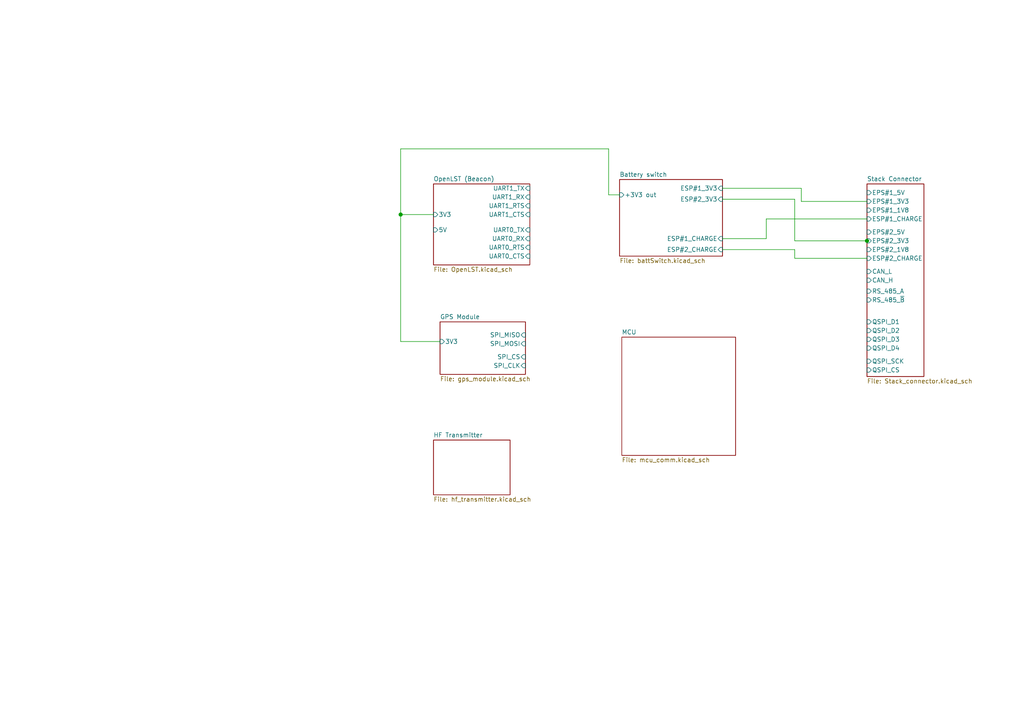
<source format=kicad_sch>
(kicad_sch (version 20210621) (generator eeschema)
  (paper "A4")
  (lib_symbols)
  (junction (at 116.205 62.23) (diameter 1.016))
  (junction (at 251.46 69.85) (diameter 1.016))
  (wire (pts (xy 116.205 43.18) (xy 116.205 62.23)))
  (wire (pts (xy 116.205 62.23) (xy 116.205 99.06)))
  (wire (pts (xy 116.205 62.23) (xy 125.73 62.23)))
  (wire (pts (xy 116.205 99.06) (xy 127.635 99.06)))
  (wire (pts (xy 176.53 43.18) (xy 116.205 43.18)))
  (wire (pts (xy 176.53 56.515) (xy 176.53 43.18)))
  (wire (pts (xy 179.705 56.515) (xy 176.53 56.515)))
  (wire (pts (xy 209.55 57.785) (xy 230.505 57.785)))
  (wire (pts (xy 209.55 72.39) (xy 230.505 72.39)))
  (wire (pts (xy 222.25 63.5) (xy 222.25 69.215)))
  (wire (pts (xy 222.25 69.215) (xy 209.55 69.215)))
  (wire (pts (xy 230.505 57.785) (xy 230.505 69.85)))
  (wire (pts (xy 230.505 69.85) (xy 251.46 69.85)))
  (wire (pts (xy 230.505 72.39) (xy 230.505 74.93)))
  (wire (pts (xy 230.505 74.93) (xy 251.46 74.93)))
  (wire (pts (xy 232.41 54.61) (xy 209.55 54.61)))
  (wire (pts (xy 232.41 58.42) (xy 232.41 54.61)))
  (wire (pts (xy 251.46 58.42) (xy 232.41 58.42)))
  (wire (pts (xy 251.46 63.5) (xy 222.25 63.5)))
  (wire (pts (xy 251.46 69.85) (xy 252.095 69.85)))
  (sheet (at 179.705 52.07) (size 29.845 22.225) (stroke (width 0.1524))
    (property "Název listu" "Battery switch" (at 179.705 51.3584 0) (effects (justify left bottom)))
    (property "Soubor listu" "battSwitch.kicad_sch" (at 179.705 74.8796 0) (effects (justify left top)))
    (pin "ESP#1_3V3" input (at 209.55 54.61 0))
    (pin "ESP#2_CHARGE" input (at 209.55 72.39 0))
    (pin "ESP#1_CHARGE" input (at 209.55 69.215 0))
    (pin "+3V3 out" input (at 179.705 56.515 180))
    (pin "ESP#2_3V3" input (at 209.55 57.785 0))
  )
  (sheet (at 127.635 93.345) (size 24.765 15.24) (stroke (width 0.1524))
    (property "Název listu" "GPS Module" (at 127.635 92.6334 0) (effects (justify left bottom)))
    (property "Soubor listu" "gps_module.kicad_sch" (at 127.635 109.1696 0) (effects (justify left top)))
    (pin "3V3" input (at 127.635 99.06 180))
    (pin "SPI_MISO" input (at 152.4 97.155 0))
    (pin "SPI_CLK" input (at 152.4 106.045 0))
    (pin "SPI_MOSI" input (at 152.4 99.695 0))
    (pin "SPI_CS" input (at 152.4 103.505 0))
  )
  (sheet (at 125.73 127.635) (size 22.225 15.875) (stroke (width 0.1524))
    (property "Název listu" "HF Transmitter" (at 125.73 126.9234 0) (effects (justify left bottom)))
    (property "Soubor listu" "hf_transmitter.kicad_sch" (at 125.73 144.0946 0) (effects (justify left top)))
  )
  (sheet (at 180.34 97.79) (size 33.02 34.29) (stroke (width 0.1524))
    (property "Název listu" "MCU" (at 180.34 97.0784 0) (effects (justify left bottom)))
    (property "Soubor listu" "mcu_comm.kicad_sch" (at 180.34 132.6646 0) (effects (justify left top)))
  )
  (sheet (at 125.73 53.34) (size 27.94 23.495) (stroke (width 0.1524))
    (property "Název listu" "OpenLST (Beacon)" (at 125.73 52.6284 0) (effects (justify left bottom)))
    (property "Soubor listu" "OpenLST.kicad_sch" (at 125.73 77.4196 0) (effects (justify left top)))
    (pin "5V" input (at 125.73 66.675 180))
    (pin "3V3" input (at 125.73 62.23 180))
    (pin "UART0_CTS" input (at 153.67 74.295 0))
    (pin "UART0_RTS" input (at 153.67 71.755 0))
    (pin "UART0_RX" input (at 153.67 69.215 0))
    (pin "UART0_TX" input (at 153.67 66.675 0))
    (pin "UART1_TX" input (at 153.67 54.61 0))
    (pin "UART1_CTS" input (at 153.67 62.23 0))
    (pin "UART1_RTS" input (at 153.67 59.69 0))
    (pin "UART1_RX" input (at 153.67 57.15 0))
  )
  (sheet (at 251.46 53.34) (size 16.51 55.88) (stroke (width 0.1524))
    (property "Název listu" "Stack Connector" (at 251.46 52.6284 0) (effects (justify left bottom)))
    (property "Soubor listu" "Stack_connector.kicad_sch" (at 251.46 109.8046 0) (effects (justify left top)))
    (pin "CAN_H" input (at 251.46 81.28 180))
    (pin "RS_485_A" input (at 251.46 84.455 180))
    (pin "EPS#1_5V" input (at 251.46 55.88 180))
    (pin "EPS#1_3V3" input (at 251.46 58.42 180))
    (pin "EPS#1_1V8" input (at 251.46 60.96 180))
    (pin "CAN_L" input (at 251.46 78.74 180))
    (pin "RS_485_~{B}" input (at 251.46 86.995 180))
    (pin "QSPI_D1" input (at 251.46 93.345 180))
    (pin "QSPI_SCK" input (at 251.46 104.775 180))
    (pin "EPS#2_3V3" input (at 251.46 69.85 180))
    (pin "EPS#2_5V" input (at 251.46 67.31 180))
    (pin "QSPI_CS" input (at 251.46 107.315 180))
    (pin "EPS#2_1V8" input (at 251.46 72.39 180))
    (pin "QSPI_D2" input (at 251.46 95.885 180))
    (pin "QSPI_D3" input (at 251.46 98.425 180))
    (pin "QSPI_D4" input (at 251.46 100.965 180))
    (pin "ESP#2_CHARGE" input (at 251.46 74.93 180))
    (pin "ESP#1_CHARGE" input (at 251.46 63.5 180))
  )
)
</source>
